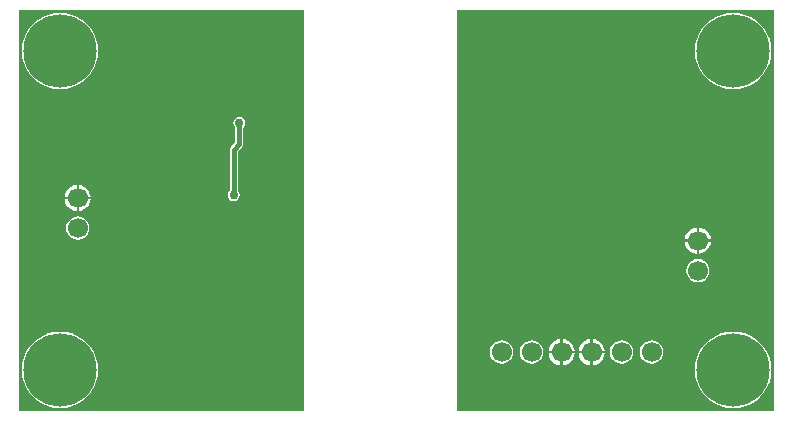
<source format=gbl>
G04*
G04 #@! TF.GenerationSoftware,Altium Limited,Altium Designer,18.1.11 (251)*
G04*
G04 Layer_Physical_Order=2*
G04 Layer_Color=16711680*
%FSLAX25Y25*%
%MOIN*%
G70*
G01*
G75*
%ADD48C,0.01600*%
%ADD50C,0.24410*%
%ADD51C,0.06693*%
%ADD52C,0.02953*%
G36*
X97097Y2039D02*
X2039D01*
Y135756D01*
X97097D01*
Y2039D01*
D02*
G37*
G36*
X253866D02*
X148179D01*
Y135756D01*
X253866D01*
Y2039D01*
D02*
G37*
%LPC*%
G36*
X15748Y134791D02*
X13754Y134634D01*
X11810Y134168D01*
X9962Y133402D01*
X8257Y132357D01*
X6737Y131059D01*
X5438Y129538D01*
X4393Y127833D01*
X3628Y125985D01*
X3161Y124041D01*
X3004Y122047D01*
X3161Y120054D01*
X3628Y118109D01*
X4393Y116262D01*
X5438Y114557D01*
X6737Y113036D01*
X8257Y111737D01*
X9962Y110692D01*
X11810Y109927D01*
X13754Y109460D01*
X15748Y109303D01*
X17742Y109460D01*
X19686Y109927D01*
X21534Y110692D01*
X23239Y111737D01*
X24759Y113036D01*
X26058Y114557D01*
X27103Y116262D01*
X27868Y118109D01*
X28335Y120054D01*
X28492Y122047D01*
X28335Y124041D01*
X27868Y125985D01*
X27103Y127833D01*
X26058Y129538D01*
X24759Y131059D01*
X23239Y132357D01*
X21534Y133402D01*
X19686Y134168D01*
X17742Y134634D01*
X15748Y134791D01*
D02*
G37*
G36*
X22053Y77323D02*
Y73392D01*
X25985D01*
X25888Y74127D01*
X25450Y75184D01*
X24754Y76092D01*
X23845Y76789D01*
X22788Y77227D01*
X22053Y77323D01*
D02*
G37*
G36*
X21253D02*
X20519Y77227D01*
X19462Y76789D01*
X18554Y76092D01*
X17857Y75184D01*
X17419Y74127D01*
X17322Y73392D01*
X21253D01*
Y77323D01*
D02*
G37*
G36*
X75550Y100015D02*
X74779Y99862D01*
X74125Y99425D01*
X73688Y98771D01*
X73535Y98000D01*
X73688Y97229D01*
X74125Y96575D01*
X74225Y96509D01*
Y91649D01*
X72685Y90109D01*
X72398Y89679D01*
X72297Y89172D01*
Y75507D01*
X72197Y75441D01*
X71760Y74787D01*
X71607Y74016D01*
X71760Y73245D01*
X72197Y72591D01*
X72851Y72154D01*
X73622Y72001D01*
X74393Y72154D01*
X75047Y72591D01*
X75484Y73245D01*
X75637Y74016D01*
X75484Y74787D01*
X75047Y75441D01*
X74948Y75507D01*
Y88623D01*
X76487Y90163D01*
X76775Y90593D01*
X76876Y91100D01*
Y96509D01*
X76975Y96575D01*
X77412Y97229D01*
X77565Y98000D01*
X77412Y98771D01*
X76975Y99425D01*
X76321Y99862D01*
X75550Y100015D01*
D02*
G37*
G36*
X21253Y72592D02*
X17322D01*
X17419Y71858D01*
X17857Y70800D01*
X18554Y69892D01*
X19462Y69195D01*
X20519Y68758D01*
X21253Y68661D01*
Y72592D01*
D02*
G37*
G36*
X25985D02*
X22053D01*
Y68661D01*
X22788Y68758D01*
X23845Y69195D01*
X24754Y69892D01*
X25450Y70800D01*
X25888Y71858D01*
X25985Y72592D01*
D02*
G37*
G36*
X21654Y66872D02*
X20649Y66740D01*
X19714Y66352D01*
X18910Y65736D01*
X18294Y64932D01*
X17906Y63996D01*
X17774Y62992D01*
X17906Y61988D01*
X18294Y61052D01*
X18910Y60249D01*
X19714Y59632D01*
X20649Y59245D01*
X21654Y59113D01*
X22658Y59245D01*
X23593Y59632D01*
X24397Y60249D01*
X25013Y61052D01*
X25401Y61988D01*
X25533Y62992D01*
X25401Y63996D01*
X25013Y64932D01*
X24397Y65736D01*
X23593Y66352D01*
X22658Y66740D01*
X21654Y66872D01*
D02*
G37*
G36*
X15748Y28492D02*
X13754Y28335D01*
X11810Y27868D01*
X9962Y27103D01*
X8257Y26058D01*
X6737Y24759D01*
X5438Y23239D01*
X4393Y21534D01*
X3628Y19686D01*
X3161Y17742D01*
X3004Y15748D01*
X3161Y13754D01*
X3628Y11810D01*
X4393Y9962D01*
X5438Y8257D01*
X6737Y6737D01*
X8257Y5438D01*
X9962Y4393D01*
X11810Y3628D01*
X13754Y3161D01*
X15748Y3004D01*
X17742Y3161D01*
X19686Y3628D01*
X21534Y4393D01*
X23239Y5438D01*
X24759Y6737D01*
X26058Y8257D01*
X27103Y9962D01*
X27868Y11810D01*
X28335Y13754D01*
X28492Y15748D01*
X28335Y17742D01*
X27868Y19686D01*
X27103Y21534D01*
X26058Y23239D01*
X24759Y24759D01*
X23239Y26058D01*
X21534Y27103D01*
X19686Y27868D01*
X17742Y28335D01*
X15748Y28492D01*
D02*
G37*
G36*
X240158Y134791D02*
X238164Y134634D01*
X236219Y134168D01*
X234372Y133402D01*
X232667Y132357D01*
X231146Y131059D01*
X229847Y129538D01*
X228802Y127833D01*
X228037Y125985D01*
X227570Y124041D01*
X227414Y122047D01*
X227570Y120054D01*
X228037Y118109D01*
X228802Y116262D01*
X229847Y114557D01*
X231146Y113036D01*
X232667Y111737D01*
X234372Y110692D01*
X236219Y109927D01*
X238164Y109460D01*
X240158Y109303D01*
X242151Y109460D01*
X244096Y109927D01*
X245943Y110692D01*
X247648Y111737D01*
X249169Y113036D01*
X250468Y114557D01*
X251513Y116262D01*
X252278Y118109D01*
X252745Y120054D01*
X252902Y122047D01*
X252745Y124041D01*
X252278Y125985D01*
X251513Y127833D01*
X250468Y129538D01*
X249169Y131059D01*
X247648Y132357D01*
X245943Y133402D01*
X244096Y134168D01*
X242151Y134634D01*
X240158Y134791D01*
D02*
G37*
G36*
X228746Y63150D02*
Y59219D01*
X232678D01*
X232581Y59953D01*
X232143Y61011D01*
X231446Y61919D01*
X230538Y62616D01*
X229481Y63054D01*
X228746Y63150D01*
D02*
G37*
G36*
X227946D02*
X227212Y63054D01*
X226154Y62616D01*
X225247Y61919D01*
X224550Y61011D01*
X224112Y59953D01*
X224015Y59219D01*
X227946D01*
Y63150D01*
D02*
G37*
G36*
Y58419D02*
X224015D01*
X224112Y57684D01*
X224550Y56627D01*
X225247Y55719D01*
X226154Y55022D01*
X227212Y54584D01*
X227946Y54488D01*
Y58419D01*
D02*
G37*
G36*
X232678D02*
X228746D01*
Y54488D01*
X229481Y54584D01*
X230538Y55022D01*
X231446Y55719D01*
X232143Y56627D01*
X232581Y57684D01*
X232678Y58419D01*
D02*
G37*
G36*
X228346Y52698D02*
X227342Y52566D01*
X226407Y52179D01*
X225603Y51562D01*
X224987Y50759D01*
X224599Y49823D01*
X224467Y48819D01*
X224599Y47815D01*
X224987Y46879D01*
X225603Y46076D01*
X226407Y45459D01*
X227342Y45072D01*
X228346Y44939D01*
X229351Y45072D01*
X230286Y45459D01*
X231090Y46076D01*
X231706Y46879D01*
X232094Y47815D01*
X232226Y48819D01*
X232094Y49823D01*
X231706Y50759D01*
X231090Y51562D01*
X230286Y52179D01*
X229351Y52566D01*
X228346Y52698D01*
D02*
G37*
G36*
X193313Y25985D02*
Y22053D01*
X197245D01*
X197148Y22788D01*
X196710Y23845D01*
X196013Y24754D01*
X195105Y25450D01*
X194048Y25888D01*
X193313Y25985D01*
D02*
G37*
G36*
X192513D02*
X191779Y25888D01*
X190721Y25450D01*
X189813Y24754D01*
X189117Y23845D01*
X188679Y22788D01*
X188582Y22053D01*
X192513D01*
Y25985D01*
D02*
G37*
G36*
X183313D02*
Y22053D01*
X187245D01*
X187148Y22788D01*
X186710Y23845D01*
X186013Y24754D01*
X185105Y25450D01*
X184048Y25888D01*
X183313Y25985D01*
D02*
G37*
G36*
X182513D02*
X181779Y25888D01*
X180721Y25450D01*
X179814Y24754D01*
X179117Y23845D01*
X178679Y22788D01*
X178582Y22053D01*
X182513D01*
Y25985D01*
D02*
G37*
G36*
X212913Y25533D02*
X211909Y25401D01*
X210974Y25013D01*
X210170Y24397D01*
X209554Y23593D01*
X209166Y22658D01*
X209034Y21654D01*
X209166Y20649D01*
X209554Y19714D01*
X210170Y18910D01*
X210974Y18294D01*
X211909Y17906D01*
X212913Y17774D01*
X213917Y17906D01*
X214853Y18294D01*
X215657Y18910D01*
X216273Y19714D01*
X216661Y20649D01*
X216793Y21654D01*
X216661Y22658D01*
X216273Y23593D01*
X215657Y24397D01*
X214853Y25013D01*
X213917Y25401D01*
X212913Y25533D01*
D02*
G37*
G36*
X202913D02*
X201909Y25401D01*
X200974Y25013D01*
X200170Y24397D01*
X199554Y23593D01*
X199166Y22658D01*
X199034Y21654D01*
X199166Y20649D01*
X199554Y19714D01*
X200170Y18910D01*
X200974Y18294D01*
X201909Y17906D01*
X202913Y17774D01*
X203918Y17906D01*
X204853Y18294D01*
X205657Y18910D01*
X206273Y19714D01*
X206661Y20649D01*
X206793Y21654D01*
X206661Y22658D01*
X206273Y23593D01*
X205657Y24397D01*
X204853Y25013D01*
X203918Y25401D01*
X202913Y25533D01*
D02*
G37*
G36*
X172913D02*
X171909Y25401D01*
X170974Y25013D01*
X170170Y24397D01*
X169553Y23593D01*
X169166Y22658D01*
X169034Y21654D01*
X169166Y20649D01*
X169553Y19714D01*
X170170Y18910D01*
X170974Y18294D01*
X171909Y17906D01*
X172913Y17774D01*
X173917Y17906D01*
X174853Y18294D01*
X175657Y18910D01*
X176273Y19714D01*
X176661Y20649D01*
X176793Y21654D01*
X176661Y22658D01*
X176273Y23593D01*
X175657Y24397D01*
X174853Y25013D01*
X173917Y25401D01*
X172913Y25533D01*
D02*
G37*
G36*
X162913D02*
X161909Y25401D01*
X160974Y25013D01*
X160170Y24397D01*
X159554Y23593D01*
X159166Y22658D01*
X159034Y21654D01*
X159166Y20649D01*
X159554Y19714D01*
X160170Y18910D01*
X160974Y18294D01*
X161909Y17906D01*
X162913Y17774D01*
X163918Y17906D01*
X164853Y18294D01*
X165657Y18910D01*
X166273Y19714D01*
X166661Y20649D01*
X166793Y21654D01*
X166661Y22658D01*
X166273Y23593D01*
X165657Y24397D01*
X164853Y25013D01*
X163918Y25401D01*
X162913Y25533D01*
D02*
G37*
G36*
X197245Y21253D02*
X193313D01*
Y17322D01*
X194048Y17419D01*
X195105Y17857D01*
X196013Y18554D01*
X196710Y19462D01*
X197148Y20519D01*
X197245Y21253D01*
D02*
G37*
G36*
X192513D02*
X188582D01*
X188679Y20519D01*
X189117Y19462D01*
X189813Y18554D01*
X190721Y17857D01*
X191779Y17419D01*
X192513Y17322D01*
Y21253D01*
D02*
G37*
G36*
X187245D02*
X183313D01*
Y17322D01*
X184048Y17419D01*
X185105Y17857D01*
X186013Y18554D01*
X186710Y19462D01*
X187148Y20519D01*
X187245Y21253D01*
D02*
G37*
G36*
X182513D02*
X178582D01*
X178679Y20519D01*
X179117Y19462D01*
X179814Y18554D01*
X180721Y17857D01*
X181779Y17419D01*
X182513Y17322D01*
Y21253D01*
D02*
G37*
G36*
X240158Y28492D02*
X238164Y28335D01*
X236219Y27868D01*
X234372Y27103D01*
X232667Y26058D01*
X231146Y24759D01*
X229847Y23239D01*
X228802Y21534D01*
X228037Y19686D01*
X227570Y17742D01*
X227414Y15748D01*
X227570Y13754D01*
X228037Y11810D01*
X228802Y9962D01*
X229847Y8257D01*
X231146Y6737D01*
X232667Y5438D01*
X234372Y4393D01*
X236219Y3628D01*
X238164Y3161D01*
X240158Y3004D01*
X242151Y3161D01*
X244096Y3628D01*
X245943Y4393D01*
X247648Y5438D01*
X249169Y6737D01*
X250468Y8257D01*
X251513Y9962D01*
X252278Y11810D01*
X252745Y13754D01*
X252902Y15748D01*
X252745Y17742D01*
X252278Y19686D01*
X251513Y21534D01*
X250468Y23239D01*
X249169Y24759D01*
X247648Y26058D01*
X245943Y27103D01*
X244096Y27868D01*
X242151Y28335D01*
X240158Y28492D01*
D02*
G37*
%LPD*%
D48*
X73622Y89172D02*
X75550Y91100D01*
X73622Y74016D02*
Y89172D01*
X75550Y91100D02*
Y98000D01*
D50*
X15748Y122047D02*
D03*
Y15748D02*
D03*
X240158D02*
D03*
Y122047D02*
D03*
D51*
X212913Y21654D02*
D03*
X192913D02*
D03*
X202913D02*
D03*
X162913D02*
D03*
X182913D02*
D03*
X172913D02*
D03*
X228346Y58819D02*
D03*
Y48819D02*
D03*
X21654Y72992D02*
D03*
Y62992D02*
D03*
D52*
X192700Y16000D02*
D03*
X183250Y15750D02*
D03*
X220800Y71850D02*
D03*
X165700Y62750D02*
D03*
X170350Y62800D02*
D03*
X27750Y72950D02*
D03*
X57850Y111750D02*
D03*
X81700Y95650D02*
D03*
X40200Y62450D02*
D03*
X40400Y74350D02*
D03*
X82520Y125039D02*
D03*
X92520Y105039D02*
D03*
X82520Y45039D02*
D03*
X92520Y25039D02*
D03*
X82520Y5039D02*
D03*
X62520Y125039D02*
D03*
X72520Y25039D02*
D03*
X62520Y5039D02*
D03*
X42520Y125039D02*
D03*
X52520Y105039D02*
D03*
X42520Y85039D02*
D03*
X52520Y25039D02*
D03*
X42520Y5039D02*
D03*
X32520Y105039D02*
D03*
X22520Y85039D02*
D03*
X32520Y25039D02*
D03*
X222520Y125039D02*
D03*
X232520Y65039D02*
D03*
X222520Y5039D02*
D03*
X202520Y125039D02*
D03*
Y5039D02*
D03*
X182520Y125039D02*
D03*
X192520Y105039D02*
D03*
X182520Y85039D02*
D03*
X192520Y65039D02*
D03*
X182520Y5039D02*
D03*
X162520Y125039D02*
D03*
X172520Y105039D02*
D03*
X162520Y85039D02*
D03*
Y5039D02*
D03*
X75550Y98000D02*
D03*
X150100Y56500D02*
D03*
X94000Y56000D02*
D03*
X73622Y74016D02*
D03*
M02*

</source>
